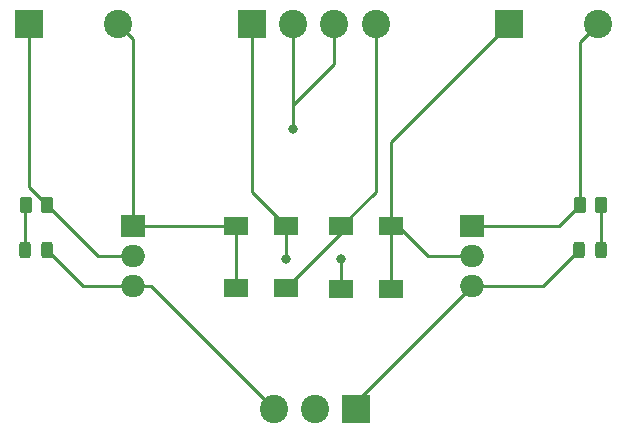
<source format=gbr>
%TF.GenerationSoftware,KiCad,Pcbnew,7.0.2-0*%
%TF.CreationDate,2023-11-27T08:52:52-05:00*%
%TF.ProjectId,PowerSupply,506f7765-7253-4757-9070-6c792e6b6963,rev?*%
%TF.SameCoordinates,Original*%
%TF.FileFunction,Copper,L1,Top*%
%TF.FilePolarity,Positive*%
%FSLAX46Y46*%
G04 Gerber Fmt 4.6, Leading zero omitted, Abs format (unit mm)*
G04 Created by KiCad (PCBNEW 7.0.2-0) date 2023-11-27 08:52:52*
%MOMM*%
%LPD*%
G01*
G04 APERTURE LIST*
G04 Aperture macros list*
%AMRoundRect*
0 Rectangle with rounded corners*
0 $1 Rounding radius*
0 $2 $3 $4 $5 $6 $7 $8 $9 X,Y pos of 4 corners*
0 Add a 4 corners polygon primitive as box body*
4,1,4,$2,$3,$4,$5,$6,$7,$8,$9,$2,$3,0*
0 Add four circle primitives for the rounded corners*
1,1,$1+$1,$2,$3*
1,1,$1+$1,$4,$5*
1,1,$1+$1,$6,$7*
1,1,$1+$1,$8,$9*
0 Add four rect primitives between the rounded corners*
20,1,$1+$1,$2,$3,$4,$5,0*
20,1,$1+$1,$4,$5,$6,$7,0*
20,1,$1+$1,$6,$7,$8,$9,0*
20,1,$1+$1,$8,$9,$2,$3,0*%
G04 Aperture macros list end*
%TA.AperFunction,SMDPad,CuDef*%
%ADD10R,2.100000X1.500000*%
%TD*%
%TA.AperFunction,ComponentPad*%
%ADD11R,2.400000X2.400000*%
%TD*%
%TA.AperFunction,ComponentPad*%
%ADD12C,2.400000*%
%TD*%
%TA.AperFunction,SMDPad,CuDef*%
%ADD13RoundRect,0.250000X-0.262500X-0.450000X0.262500X-0.450000X0.262500X0.450000X-0.262500X0.450000X0*%
%TD*%
%TA.AperFunction,SMDPad,CuDef*%
%ADD14RoundRect,0.243750X-0.243750X-0.456250X0.243750X-0.456250X0.243750X0.456250X-0.243750X0.456250X0*%
%TD*%
%TA.AperFunction,ComponentPad*%
%ADD15R,2.000000X1.905000*%
%TD*%
%TA.AperFunction,ComponentPad*%
%ADD16O,2.000000X1.905000*%
%TD*%
%TA.AperFunction,ViaPad*%
%ADD17C,0.800000*%
%TD*%
%TA.AperFunction,Conductor*%
%ADD18C,0.250000*%
%TD*%
G04 APERTURE END LIST*
D10*
%TO.P,D3,1,K*%
%TO.N,Net-(D2-A)*%
X157979000Y-73533000D03*
%TO.P,D3,2,A*%
%TO.N,Net-(D3-A)*%
X162179000Y-73533000D03*
%TD*%
%TO.P,D2,1,K*%
%TO.N,Net-(D1-K)*%
X149089000Y-78740000D03*
%TO.P,D2,2,A*%
%TO.N,Net-(D2-A)*%
X153289000Y-78740000D03*
%TD*%
D11*
%TO.P,C2,1*%
%TO.N,Net-(D3-A)*%
X172212000Y-56388000D03*
D12*
%TO.P,C2,2*%
%TO.N,/GND*%
X179712000Y-56388000D03*
%TD*%
D11*
%TO.P,J1,1,Pin_1*%
%TO.N,Net-(D1-A)*%
X150409000Y-56388000D03*
D12*
%TO.P,J1,2,Pin_2*%
%TO.N,/GND*%
X153909000Y-56388000D03*
%TO.P,J1,3,Pin_3*%
X157409000Y-56388000D03*
%TO.P,J1,4,Pin_4*%
%TO.N,Net-(D2-A)*%
X160909000Y-56388000D03*
%TD*%
D13*
%TO.P,R1,1*%
%TO.N,Net-(D5-K)*%
X131271000Y-71755000D03*
%TO.P,R1,2*%
%TO.N,/GND*%
X133096000Y-71755000D03*
%TD*%
D14*
%TO.P,D6,1,K*%
%TO.N,/-12V*%
X178132500Y-75565000D03*
%TO.P,D6,2,A*%
%TO.N,Net-(D6-A)*%
X180007500Y-75565000D03*
%TD*%
D10*
%TO.P,D1,1,K*%
%TO.N,Net-(D1-K)*%
X149089000Y-73533000D03*
%TO.P,D1,2,A*%
%TO.N,Net-(D1-A)*%
X153289000Y-73533000D03*
%TD*%
D15*
%TO.P,U1,1,VI*%
%TO.N,Net-(D1-K)*%
X140335000Y-73533000D03*
D16*
%TO.P,U1,2,GND*%
%TO.N,/GND*%
X140335000Y-76073000D03*
%TO.P,U1,3,VO*%
%TO.N,/+12V*%
X140335000Y-78613000D03*
%TD*%
D13*
%TO.P,R2,1*%
%TO.N,/GND*%
X178181000Y-71755000D03*
%TO.P,R2,2*%
%TO.N,Net-(D6-A)*%
X180006000Y-71755000D03*
%TD*%
D11*
%TO.P,C1,1*%
%TO.N,/GND*%
X131565000Y-56388000D03*
D12*
%TO.P,C1,2*%
%TO.N,Net-(D1-K)*%
X139065000Y-56388000D03*
%TD*%
D14*
%TO.P,D5,1,K*%
%TO.N,Net-(D5-K)*%
X131221000Y-75565000D03*
%TO.P,D5,2,A*%
%TO.N,/+12V*%
X133096000Y-75565000D03*
%TD*%
D10*
%TO.P,D4,1,K*%
%TO.N,Net-(D1-A)*%
X157979000Y-78867000D03*
%TO.P,D4,2,A*%
%TO.N,Net-(D3-A)*%
X162179000Y-78867000D03*
%TD*%
D11*
%TO.P,J2,1,Pin_1*%
%TO.N,/-12V*%
X159273000Y-89027000D03*
D12*
%TO.P,J2,2,Pin_2*%
%TO.N,/GND*%
X155773000Y-89027000D03*
%TO.P,J2,3,Pin_3*%
%TO.N,/+12V*%
X152273000Y-89027000D03*
%TD*%
D15*
%TO.P,U2,1,GND*%
%TO.N,/GND*%
X169037000Y-73533000D03*
D16*
%TO.P,U2,2,VI*%
%TO.N,Net-(D3-A)*%
X169037000Y-76073000D03*
%TO.P,U2,3,VO*%
%TO.N,/-12V*%
X169037000Y-78613000D03*
%TD*%
D17*
%TO.N,/GND*%
X153924000Y-65278000D03*
%TO.N,Net-(D1-A)*%
X153289000Y-76327000D03*
X157988000Y-76327000D03*
%TD*%
D18*
%TO.N,/GND*%
X153909000Y-63231000D02*
X153924000Y-63246000D01*
X178181000Y-71755000D02*
X178181000Y-57919000D01*
X176403000Y-73533000D02*
X178181000Y-71755000D01*
X169037000Y-73533000D02*
X176403000Y-73533000D01*
X157409000Y-56388000D02*
X157409000Y-59761000D01*
X153924000Y-63246000D02*
X153924000Y-65278000D01*
X178181000Y-57919000D02*
X179712000Y-56388000D01*
X137414000Y-76073000D02*
X133096000Y-71755000D01*
X140335000Y-76073000D02*
X137414000Y-76073000D01*
X157409000Y-59761000D02*
X153924000Y-63246000D01*
X153909000Y-56388000D02*
X153909000Y-63231000D01*
X131565000Y-70224000D02*
X133096000Y-71755000D01*
X131565000Y-56388000D02*
X131565000Y-70224000D01*
%TO.N,Net-(D5-K)*%
X131221000Y-75565000D02*
X131221000Y-71805000D01*
X131221000Y-71805000D02*
X131271000Y-71755000D01*
%TO.N,/+12V*%
X136144000Y-78613000D02*
X133096000Y-75565000D01*
X140335000Y-78613000D02*
X141859000Y-78613000D01*
X141859000Y-78613000D02*
X152273000Y-89027000D01*
X140335000Y-78613000D02*
X136144000Y-78613000D01*
%TO.N,/-12V*%
X159273000Y-88377000D02*
X169037000Y-78613000D01*
X159273000Y-89027000D02*
X159273000Y-88377000D01*
X175084500Y-78613000D02*
X178132500Y-75565000D01*
X169037000Y-78613000D02*
X175084500Y-78613000D01*
%TO.N,Net-(D6-A)*%
X180007500Y-75565000D02*
X180007500Y-71756500D01*
X180007500Y-71756500D02*
X180006000Y-71755000D01*
%TO.N,Net-(D1-K)*%
X149089000Y-73533000D02*
X149089000Y-78740000D01*
X149089000Y-73533000D02*
X140335000Y-73533000D01*
X140335000Y-73533000D02*
X140335000Y-57658000D01*
X140335000Y-57658000D02*
X139065000Y-56388000D01*
%TO.N,Net-(D3-A)*%
X165354000Y-76073000D02*
X169037000Y-76073000D01*
X162179000Y-73533000D02*
X162179000Y-78867000D01*
X162179000Y-73533000D02*
X162814000Y-73533000D01*
X162179000Y-66421000D02*
X172212000Y-56388000D01*
X162179000Y-73533000D02*
X162179000Y-66421000D01*
X162814000Y-73533000D02*
X165354000Y-76073000D01*
%TO.N,Net-(D1-A)*%
X150409000Y-70653000D02*
X153289000Y-73533000D01*
X153289000Y-76327000D02*
X153289000Y-73533000D01*
X150409000Y-56388000D02*
X150409000Y-70653000D01*
X157979000Y-78867000D02*
X157979000Y-76336000D01*
X157979000Y-76336000D02*
X157988000Y-76327000D01*
%TO.N,Net-(D2-A)*%
X160909000Y-70603000D02*
X157979000Y-73533000D01*
X160909000Y-56388000D02*
X160909000Y-70603000D01*
X153289000Y-78740000D02*
X157979000Y-74050000D01*
X157979000Y-74050000D02*
X157979000Y-73533000D01*
%TD*%
M02*

</source>
